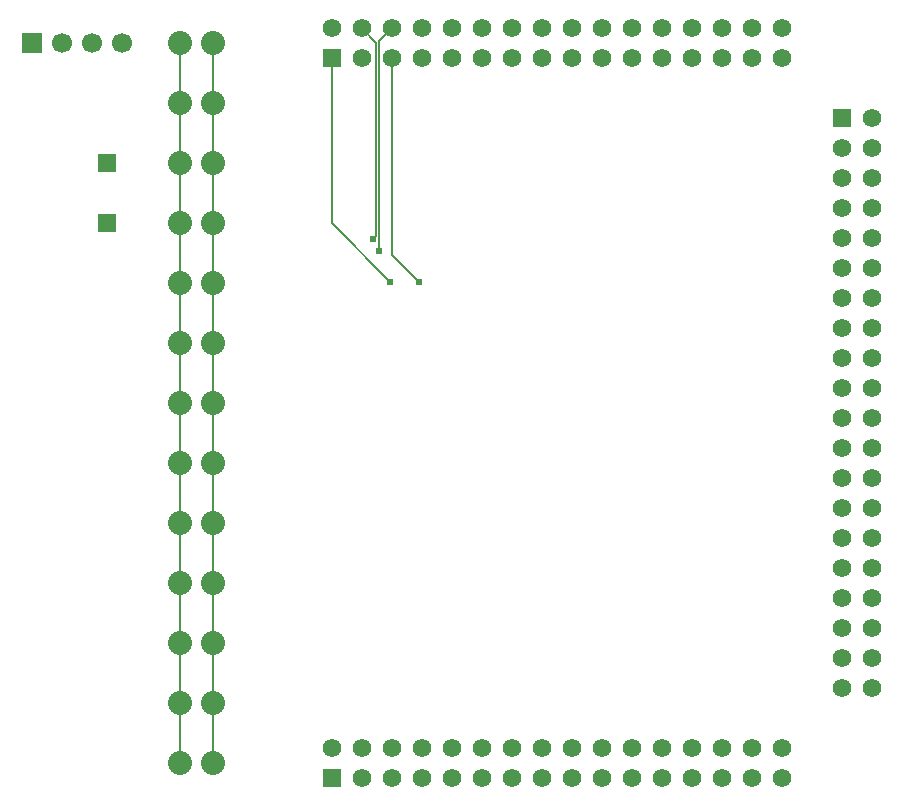
<source format=gbl>
G04 Layer: BottomLayer*
G04 EasyEDA v5.9.42, Mon, 25 Mar 2019 10:54:48 GMT*
G04 c4031608a2914fe59fb431af2816202f*
G04 Gerber Generator version 0.2*
G04 Scale: 100 percent, Rotated: No, Reflected: No *
G04 Dimensions in inches *
G04 leading zeros omitted , absolute positions ,2 integer and 4 decimal *
%FSLAX24Y24*%
%MOIN*%
G90*
G70D02*

%ADD11C,0.006000*%
%ADD13C,0.024000*%
%ADD14R,0.062000X0.062000*%
%ADD15R,0.066929X0.066929*%
%ADD16C,0.066929*%
%ADD17C,0.080000*%
%ADD18C,0.062000*%

%LPD*%
G54D11*
G01X13500Y27600D02*
G01X13967Y27132D01*
G01X13967Y20667D01*
G01X13875Y20575D01*
G01X12500Y26600D02*
G01X12500Y21100D01*
G01X14443Y19157D01*
G01X14500Y27600D02*
G01X14088Y27188D01*
G01X14088Y20169D01*
G01X14500Y26600D02*
G01X14500Y20053D01*
G01X15418Y19136D01*
G01X7450Y25100D02*
G01X7450Y27100D01*
G01X7450Y23100D02*
G01X7450Y25100D01*
G01X7450Y21100D02*
G01X7450Y23100D01*
G01X7450Y19100D02*
G01X7450Y21100D01*
G01X7450Y17100D02*
G01X7450Y19100D01*
G01X7450Y15100D02*
G01X7450Y17100D01*
G01X7450Y13100D02*
G01X7450Y15100D01*
G01X7450Y11100D02*
G01X7450Y13100D01*
G01X7450Y9100D02*
G01X7450Y11100D01*
G01X7450Y7100D02*
G01X7450Y9100D01*
G01X7450Y5100D02*
G01X7450Y7100D01*
G01X7450Y3100D02*
G01X7450Y5100D01*
G01X8550Y25100D02*
G01X8550Y27100D01*
G01X8550Y23100D02*
G01X8550Y25100D01*
G01X8550Y21100D02*
G01X8550Y23100D01*
G01X8550Y19100D02*
G01X8550Y21100D01*
G01X8550Y17100D02*
G01X8550Y19100D01*
G01X8550Y15100D02*
G01X8550Y17100D01*
G01X8550Y13100D02*
G01X8550Y15100D01*
G01X8550Y11100D02*
G01X8550Y13100D01*
G01X8550Y9100D02*
G01X8550Y11100D01*
G01X8550Y7100D02*
G01X8550Y9100D01*
G01X8550Y5100D02*
G01X8550Y7100D01*
G01X8550Y3100D02*
G01X8550Y5100D01*
G54D14*
G01X5000Y23100D03*
G01X5000Y21100D03*
G54D15*
G01X2500Y27100D03*
G54D16*
G01X3500Y27100D03*
G01X4500Y27100D03*
G01X5500Y27100D03*
G54D17*
G01X7450Y27100D03*
G01X8550Y27100D03*
G01X7450Y25100D03*
G01X8550Y25100D03*
G01X7450Y23100D03*
G01X8550Y23100D03*
G01X7450Y21100D03*
G01X8550Y21100D03*
G01X7450Y19100D03*
G01X8550Y19100D03*
G01X7450Y17100D03*
G01X8550Y17100D03*
G01X7450Y15100D03*
G01X8550Y15100D03*
G01X7450Y13100D03*
G01X8550Y13100D03*
G01X7450Y11100D03*
G01X8550Y11100D03*
G01X7450Y9100D03*
G01X8550Y9100D03*
G01X7450Y7100D03*
G01X8550Y7100D03*
G01X7450Y5100D03*
G01X8550Y5100D03*
G01X7450Y3100D03*
G01X8550Y3100D03*
G54D14*
G01X29500Y24600D03*
G54D18*
G01X30500Y24600D03*
G01X29500Y23600D03*
G01X30500Y23600D03*
G01X29500Y22600D03*
G01X30500Y22600D03*
G01X29500Y21600D03*
G01X30500Y21600D03*
G01X29500Y20600D03*
G01X30500Y20600D03*
G01X29500Y19600D03*
G01X30500Y19600D03*
G01X29500Y18600D03*
G01X30500Y18600D03*
G01X29500Y17600D03*
G01X30500Y17600D03*
G01X29500Y16600D03*
G01X30500Y16600D03*
G01X29500Y15600D03*
G01X30500Y15600D03*
G01X29500Y14600D03*
G01X30500Y14600D03*
G01X29500Y13600D03*
G01X30500Y13600D03*
G01X29500Y12600D03*
G01X30500Y12600D03*
G01X29500Y11600D03*
G01X30500Y11600D03*
G01X29500Y10600D03*
G01X30500Y10600D03*
G01X29500Y9600D03*
G01X30500Y9600D03*
G01X29500Y8600D03*
G01X30500Y8600D03*
G01X29500Y7600D03*
G01X30500Y7600D03*
G01X29500Y6600D03*
G01X30500Y6600D03*
G01X29500Y5600D03*
G01X30500Y5600D03*
G54D14*
G01X12500Y2600D03*
G54D18*
G01X12500Y3600D03*
G01X13500Y2600D03*
G01X13500Y3600D03*
G01X14500Y2600D03*
G01X14500Y3600D03*
G01X15500Y2600D03*
G01X15500Y3600D03*
G01X16500Y2600D03*
G01X16500Y3600D03*
G01X17500Y2600D03*
G01X17500Y3600D03*
G01X18500Y2600D03*
G01X18500Y3600D03*
G01X19500Y2600D03*
G01X19500Y3600D03*
G01X20500Y2600D03*
G01X20500Y3600D03*
G01X21500Y2600D03*
G01X21500Y3600D03*
G01X22500Y2600D03*
G01X22500Y3600D03*
G01X23500Y2600D03*
G01X23500Y3600D03*
G01X24500Y2600D03*
G01X24500Y3600D03*
G01X25500Y2600D03*
G01X25500Y3600D03*
G01X26500Y2600D03*
G01X26500Y3600D03*
G01X27500Y2600D03*
G01X27500Y3600D03*
G54D14*
G01X12500Y26600D03*
G54D18*
G01X12500Y27600D03*
G01X13500Y26600D03*
G01X13500Y27600D03*
G01X14500Y26600D03*
G01X14500Y27600D03*
G01X15500Y26600D03*
G01X15500Y27600D03*
G01X16500Y26600D03*
G01X16500Y27600D03*
G01X17500Y26600D03*
G01X17500Y27600D03*
G01X18500Y26600D03*
G01X18500Y27600D03*
G01X19500Y26600D03*
G01X19500Y27600D03*
G01X20500Y26600D03*
G01X20500Y27600D03*
G01X21500Y26600D03*
G01X21500Y27600D03*
G01X22500Y26600D03*
G01X22500Y27600D03*
G01X23500Y26600D03*
G01X23500Y27600D03*
G01X24500Y26600D03*
G01X24500Y27600D03*
G01X25500Y26600D03*
G01X25500Y27600D03*
G01X26500Y26600D03*
G01X26500Y27600D03*
G01X27500Y26600D03*
G01X27500Y27600D03*
G54D13*
G01X13875Y20575D03*
G01X14443Y19157D03*
G01X14088Y20169D03*
G01X15418Y19136D03*
M00*
M02*

</source>
